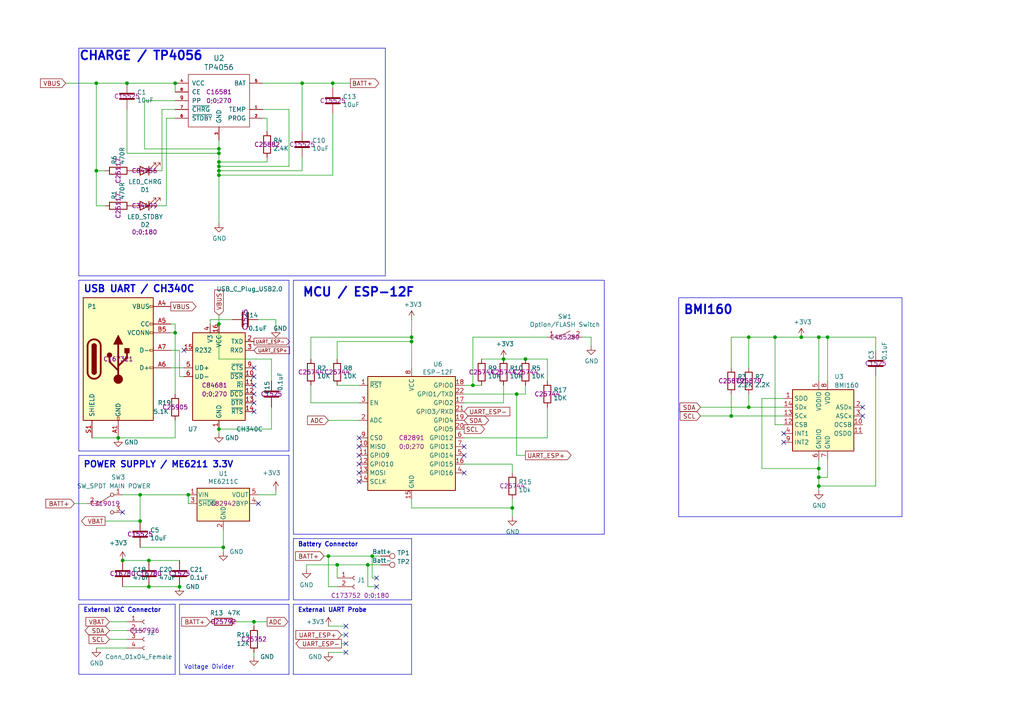
<source format=kicad_sch>
(kicad_sch (version 20230121) (generator eeschema)
  (paper "A4")
  (title_block (title "FineMotion-SlimeVR-PCB") (date "2022-08-24") (rev "v0.5b") (company "https://github.com/Kamilake/FineMotion-Tracker") (comment 1 "Licensed under CERN-OHL-P v2 or later") (comment 2 "Compatible with github.com/SlimeVR/SlimeVR-Tracker-ESP"))
  (lib_symbols
    (symbol "Connector:Conn_01x02_Female" (pin_names (offset 1.016) hide)
      (property "Reference" "J" (at 0 2.54 0))
      (property "Value" "Conn_01x02_Female" (at 0 -5.08 0))
      (symbol "Conn_01x02_Female_1_1"
        (arc (start 0 -2.032) (mid -0.5058 -2.54) (end 0 -3.048) (stroke (width 0.1524)))
        (polyline (pts (xy -1.27 -2.54) (xy -0.508 -2.54)) (stroke (width 0.1524)))
        (polyline (pts (xy -1.27 0) (xy -0.508 0)) (stroke (width 0.1524)))
        (arc (start 0 0.508) (mid -0.5058 0) (end 0 -0.508) (stroke (width 0.1524)))
        (pin passive line (at -5.08 0 0) (length 3.81) (name "Pin_1") (number "1"))
        (pin passive line (at -5.08 -2.54 0) (length 3.81) (name "Pin_2") (number "2"))
      )
    )
    (symbol "Connector:Conn_01x04_Female" (pin_names (offset 1.016) hide)
      (property "Reference" "J" (at 0 5.08 0))
      (property "Value" "Conn_01x04_Female" (at 0 -7.62 0))
      (symbol "Conn_01x04_Female_1_1"
        (arc (start 0 -4.572) (mid -0.5058 -5.08) (end 0 -5.588) (stroke (width 0.1524)))
        (arc (start 0 -2.032) (mid -0.5058 -2.54) (end 0 -3.048) (stroke (width 0.1524)))
        (polyline (pts (xy -1.27 -5.08) (xy -0.508 -5.08)) (stroke (width 0.1524)))
        (polyline (pts (xy -1.27 -2.54) (xy -0.508 -2.54)) (stroke (width 0.1524)))
        (polyline (pts (xy -1.27 0) (xy -0.508 0)) (stroke (width 0.1524)))
        (polyline (pts (xy -1.27 2.54) (xy -0.508 2.54)) (stroke (width 0.1524)))
        (arc (start 0 0.508) (mid -0.5058 0) (end 0 -0.508) (stroke (width 0.1524)))
        (arc (start 0 3.048) (mid -0.5058 2.54) (end 0 2.032) (stroke (width 0.1524)))
        (pin passive line (at -5.08 2.54 0) (length 3.81) (name "Pin_1") (number "1"))
        (pin passive line (at -5.08 0 0) (length 3.81) (name "Pin_2") (number "2"))
        (pin passive line (at -5.08 -2.54 0) (length 3.81) (name "Pin_3") (number "3"))
        (pin passive line (at -5.08 -5.08 0) (length 3.81) (name "Pin_4") (number "4"))
      )
    )
    (symbol "Connector:TestPoint" (pin_numbers hide) (pin_names (offset 0.762) hide)
      (property "Reference" "TP" (at 0 6.858 0))
      (property "Value" "TestPoint" (at 0 5.08 0))
      (symbol "TestPoint_0_1"
        (circle (center 0 3.302) (radius 0.762))
      )
      (symbol "TestPoint_1_1"
        (pin passive line (at 0 0 90) (length 2.54) (name "1") (number "1"))
      )
    )
    (symbol "Connector:USB_C_Plug_USB2.0" (pin_names (offset 1.016))
      (property "Reference" "P" (at -10.16 19.05 0))
      (property "Value" "USB_C_Plug_USB2.0" (at 12.7 19.05 0))
      (symbol "USB_C_Plug_USB2.0_0_0"
        (rectangle (start -0.254 -17.78) (end 0.254 -16.764))
        (rectangle (start 10.16 -2.286) (end 9.144 -2.794))
        (rectangle (start 10.16 2.794) (end 9.144 2.286))
        (rectangle (start 10.16 7.874) (end 9.144 7.366))
        (rectangle (start 10.16 10.414) (end 9.144 9.906))
        (rectangle (start 10.16 15.494) (end 9.144 14.986))
      )
      (symbol "USB_C_Plug_USB2.0_0_1"
        (rectangle (start -10.16 17.78) (end 10.16 -17.78) (stroke (width 0.254)) (fill (type background)))
        (arc (start -8.89 -3.81) (mid -6.985 -5.7067) (end -5.08 -3.81) (stroke (width 0.508)))
        (arc (start -7.62 -3.81) (mid -6.985 -4.4423) (end -6.35 -3.81) (stroke (width 0.254)))
        (arc (start -7.62 -3.81) (mid -6.985 -4.4423) (end -6.35 -3.81) (stroke (width 0.254)) (fill (type outline)))
        (rectangle (start -7.62 -3.81) (end -6.35 3.81) (stroke (width 0.254)) (fill (type outline)))
        (arc (start -6.35 3.81) (mid -6.985 4.4423) (end -7.62 3.81) (stroke (width 0.254)))
        (arc (start -6.35 3.81) (mid -6.985 4.4423) (end -7.62 3.81) (stroke (width 0.254)) (fill (type outline)))
        (arc (start -5.08 3.81) (mid -6.985 5.7067) (end -8.89 3.81) (stroke (width 0.508)))
        (circle (center -2.54 1.143) (radius 0.635) (stroke (width 0.254)) (fill (type outline)))
        (circle (center 0 -5.842) (radius 1.27) (fill (type outline)))
        (polyline (pts (xy -8.89 -3.81) (xy -8.89 3.81)) (stroke (width 0.508)))
        (polyline (pts (xy -5.08 3.81) (xy -5.08 -3.81)) (stroke (width 0.508)))
        (polyline (pts (xy 0 -5.842) (xy 0 4.318)) (stroke (width 0.508)))
        (polyline (pts (xy 0 -3.302) (xy -2.54 -0.762) (xy -2.54 0.508)) (stroke (width 0.508)))
        (polyline (pts (xy 0 -2.032) (xy 2.54 0.508) (xy 2.54 1.778)) (stroke (width 0.508)))
        (polyline (pts (xy -1.27 4.318) (xy 0 6.858) (xy 1.27 4.318) (xy -1.27 4.318)) (stroke (width 0.254)) (fill (type outline)))
        (rectangle (start 1.905 1.778) (end 3.175 3.048) (stroke (width 0.254)) (fill (type outline)))
      )
      (symbol "USB_C_Plug_USB2.0_1_1"
        (pin passive line (at 0 -22.86 90) (length 5.08) (name "GND") (number "A1"))
        (pin passive line (at 0 -22.86 90) (length 5.08) hide (name "GND") (number "A12"))
        (pin passive line (at 15.24 15.24 180) (length 5.08) (name "VBUS") (number "A4"))
        (pin bidirectional line (at 15.24 10.16 180) (length 5.08) (name "CC") (number "A5"))
        (pin bidirectional line (at 15.24 -2.54 180) (length 5.08) (name "D+") (number "A6"))
        (pin bidirectional line (at 15.24 2.54 180) (length 5.08) (name "D-") (number "A7"))
        (pin passive line (at 15.24 15.24 180) (length 5.08) hide (name "VBUS") (number "A9"))
        (pin passive line (at 0 -22.86 90) (length 5.08) hide (name "GND") (number "B1"))
        (pin passive line (at 0 -22.86 90) (length 5.08) hide (name "GND") (number "B12"))
        (pin passive line (at 15.24 15.24 180) (length 5.08) hide (name "VBUS") (number "B4"))
        (pin bidirectional line (at 15.24 7.62 180) (length 5.08) (name "VCONN") (number "B5"))
        (pin passive line (at 15.24 15.24 180) (length 5.08) hide (name "VBUS") (number "B9"))
        (pin passive line (at -7.62 -22.86 90) (length 5.08) (name "SHIELD") (number "S1"))
      )
    )
    (symbol "Device:C" (pin_numbers hide) (pin_names (offset 0.254))
      (property "Reference" "C" (at 0.635 2.54 0))
      (property "Value" "C" (at 0.635 -2.54 0))
      (symbol "C_0_1"
        (polyline (pts (xy -2.032 -0.762) (xy 2.032 -0.762)) (stroke (width 0.508)))
        (polyline (pts (xy -2.032 0.762) (xy 2.032 0.762)) (stroke (width 0.508)))
      )
      (symbol "C_1_1"
        (pin passive line (at 0 3.81 270) (length 2.794) (name "~") (number "1"))
        (pin passive line (at 0 -3.81 90) (length 2.794) (name "~") (number "2"))
      )
    )
    (symbol "Device:LED" (pin_numbers hide) (pin_names (offset 1.016) hide)
      (property "Reference" "D" (at 0 2.54 0))
      (property "Value" "LED" (at 0 -2.54 0))
      (symbol "LED_0_1"
        (polyline (pts (xy -1.27 -1.27) (xy -1.27 1.27)) (stroke (width 0.254)))
        (polyline (pts (xy -1.27 0) (xy 1.27 0)))
        (polyline (pts (xy 1.27 -1.27) (xy 1.27 1.27) (xy -1.27 0) (xy 1.27 -1.27)) (stroke (width 0.254)))
        (polyline (pts (xy -3.048 -0.762) (xy -4.572 -2.286) (xy -3.81 -2.286) (xy -4.572 -2.286) (xy -4.572 -1.524)))
        (polyline (pts (xy -1.778 -0.762) (xy -3.302 -2.286) (xy -2.54 -2.286) (xy -3.302 -2.286) (xy -3.302 -1.524)))
      )
      (symbol "LED_1_1"
        (pin passive line (at -3.81 0 0) (length 2.54) (name "K") (number "1"))
        (pin passive line (at 3.81 0 180) (length 2.54) (name "A") (number "2"))
      )
    )
    (symbol "Device:R" (pin_numbers hide) (pin_names (offset 0))
      (property "Reference" "R" (at 2.032 0 90))
      (property "Value" "R" (at 0 0 90))
      (symbol "R_0_1"
        (rectangle (start -1.016 -2.54) (end 1.016 2.54) (stroke (width 0.254)))
      )
      (symbol "R_1_1"
        (pin passive line (at 0 3.81 270) (length 1.27) (name "~") (number "1"))
        (pin passive line (at 0 -3.81 90) (length 1.27) (name "~") (number "2"))
      )
    )
    (symbol "Interface_USB:CH340C"
      (property "Reference" "U" (at -5.08 13.97 0))
      (property "Value" "CH340C" (at 1.27 13.97 0))
      (symbol "CH340C_0_1"
        (rectangle (start -7.62 12.7) (end 7.62 -12.7) (stroke (width 0.254)) (fill (type background)))
      )
      (symbol "CH340C_1_1"
        (pin power_in line (at 0 -15.24 90) (length 2.54) (name "GND") (number "1"))
        (pin input line (at 10.16 0 180) (length 2.54) (name "~{DSR}") (number "10"))
        (pin input line (at 10.16 -2.54 180) (length 2.54) (name "~{RI}") (number "11"))
        (pin input line (at 10.16 -5.08 180) (length 2.54) (name "~{DCD}") (number "12"))
        (pin output line (at 10.16 -7.62 180) (length 2.54) (name "~{DTR}") (number "13"))
        (pin output line (at 10.16 -10.16 180) (length 2.54) (name "~{RTS}") (number "14"))
        (pin input line (at -10.16 7.62 0) (length 2.54) (name "R232") (number "15"))
        (pin power_in line (at 0 15.24 270) (length 2.54) (name "VCC") (number "16"))
        (pin output line (at 10.16 10.16 180) (length 2.54) (name "TXD") (number "2"))
        (pin input line (at 10.16 7.62 180) (length 2.54) (name "RXD") (number "3"))
        (pin passive line (at -2.54 15.24 270) (length 2.54) (name "V3") (number "4"))
        (pin bidirectional line (at -10.16 2.54 0) (length 2.54) (name "UD+") (number "5"))
        (pin bidirectional line (at -10.16 0 0) (length 2.54) (name "UD-") (number "6"))
        (pin no_connect line (at -7.62 -7.62 0) (length 2.54) hide (name "NC") (number "7"))
        (pin no_connect line (at -7.62 -10.16 0) (length 2.54) hide (name "NC") (number "8"))
        (pin input line (at 10.16 2.54 180) (length 2.54) (name "~{CTS}") (number "9"))
      )
    )
    (symbol "RF_Module:ESP-12F"
      (property "Reference" "U" (at -12.7 19.05 0))
      (property "Value" "ESP-12F" (at 12.7 19.05 0))
      (symbol "ESP-12F_0_1"
        (rectangle (start -12.7 17.78) (end 12.7 -15.24) (stroke (width 0.254)) (fill (type background)))
      )
      (symbol "ESP-12F_1_1"
        (pin input line (at -15.24 15.24 0) (length 2.54) (name "~{RST}") (number "1"))
        (pin bidirectional line (at -15.24 -2.54 0) (length 2.54) (name "MISO") (number "10"))
        (pin bidirectional line (at -15.24 -5.08 0) (length 2.54) (name "GPIO9") (number "11"))
        (pin bidirectional line (at -15.24 -7.62 0) (length 2.54) (name "GPIO10") (number "12"))
        (pin bidirectional line (at -15.24 -10.16 0) (length 2.54) (name "MOSI") (number "13"))
        (pin bidirectional line (at -15.24 -12.7 0) (length 2.54) (name "SCLK") (number "14"))
        (pin power_in line (at 0 -17.78 90) (length 2.54) (name "GND") (number "15"))
        (pin bidirectional line (at 15.24 -7.62 180) (length 2.54) (name "GPIO15") (number "16"))
        (pin bidirectional line (at 15.24 10.16 180) (length 2.54) (name "GPIO2") (number "17"))
        (pin bidirectional line (at 15.24 15.24 180) (length 2.54) (name "GPIO0") (number "18"))
        (pin bidirectional line (at 15.24 5.08 180) (length 2.54) (name "GPIO4") (number "19"))
        (pin input line (at -15.24 5.08 0) (length 2.54) (name "ADC") (number "2"))
        (pin bidirectional line (at 15.24 2.54 180) (length 2.54) (name "GPIO5") (number "20"))
        (pin bidirectional line (at 15.24 7.62 180) (length 2.54) (name "GPIO3/RXD") (number "21"))
        (pin bidirectional line (at 15.24 12.7 180) (length 2.54) (name "GPIO1/TXD") (number "22"))
        (pin input line (at -15.24 10.16 0) (length 2.54) (name "EN") (number "3"))
        (pin bidirectional line (at 15.24 -10.16 180) (length 2.54) (name "GPIO16") (number "4"))
        (pin bidirectional line (at 15.24 -5.08 180) (length 2.54) (name "GPIO14") (number "5"))
        (pin bidirectional line (at 15.24 0 180) (length 2.54) (name "GPIO12") (number "6"))
        (pin bidirectional line (at 15.24 -2.54 180) (length 2.54) (name "GPIO13") (number "7"))
        (pin power_in line (at 0 20.32 270) (length 2.54) (name "VCC") (number "8"))
        (pin input line (at -15.24 0 0) (length 2.54) (name "CS0") (number "9"))
      )
    )
    (symbol "Regulator_Linear:APE8865U5-16-HF-3" (pin_names (offset 0.254))
      (property "Reference" "U" (at -6.35 5.715 0))
      (property "Value" "APE8865U5-16-HF-3" (at -3.175 5.715 0))
      (symbol "APE8865U5-16-HF-3_0_1"
        (rectangle (start -7.62 4.445) (end 7.62 -5.08) (stroke (width 0.254)) (fill (type background)))
      )
      (symbol "APE8865U5-16-HF-3_1_1"
        (pin power_in line (at -10.16 2.54 0) (length 2.54) (name "VIN") (number "1"))
        (pin power_in line (at 0 -7.62 90) (length 2.54) (name "GND") (number "2"))
        (pin input line (at -10.16 0 0) (length 2.54) (name "~{SHDN}") (number "3"))
        (pin input line (at 10.16 0 180) (length 2.54) (name "BYP") (number "4"))
        (pin power_out line (at 10.16 2.54 180) (length 2.54) (name "VOUT") (number "5"))
      )
    )
    (symbol "Sensor_Motion:BMI160"
      (property "Reference" "U" (at -10.16 8.89 0))
      (property "Value" "BMI160" (at 7.62 8.89 0))
      (symbol "BMI160_1_1"
        (rectangle (start -10.16 7.62) (end 7.62 -10.16) (stroke (width 0.254)) (fill (type background)))
        (pin bidirectional line (at -12.7 5.08 0) (length 2.54) (name "SDO") (number "1"))
        (pin bidirectional line (at 10.16 -2.54 180) (length 2.54) (name "OCSB") (number "10"))
        (pin bidirectional line (at 10.16 -5.08 180) (length 2.54) (name "OSDO") (number "11"))
        (pin input line (at -12.7 -2.54 0) (length 2.54) (name "CSB") (number "12"))
        (pin input line (at -12.7 0 0) (length 2.54) (name "SCx") (number "13"))
        (pin bidirectional line (at -12.7 2.54 0) (length 2.54) (name "SDx") (number "14"))
        (pin bidirectional line (at 10.16 2.54 180) (length 2.54) (name "ASDx") (number "2"))
        (pin output line (at 10.16 0 180) (length 2.54) (name "ASCx") (number "3"))
        (pin bidirectional line (at -12.7 -5.08 0) (length 2.54) (name "INT1") (number "4"))
        (pin power_in line (at -2.54 10.16 270) (length 2.54) (name "VDDIO") (number "5"))
        (pin power_in line (at -2.54 -12.7 90) (length 2.54) (name "GNDIO") (number "6"))
        (pin power_in line (at 0 -12.7 90) (length 2.54) (name "GND") (number "7"))
        (pin power_in line (at 0 10.16 270) (length 2.54) (name "VDD") (number "8"))
        (pin bidirectional line (at -12.7 -7.62 0) (length 2.54) (name "INT2") (number "9"))
      )
    )
    (symbol "Switch:SW_SPDT" (pin_names (offset 0) hide)
      (property "Reference" "SW" (at 0 4.318 0))
      (property "Value" "SW_SPDT" (at 0 -5.08 0))
      (symbol "SW_SPDT_0_0"
        (circle (center -2.032 0) (radius 0.508))
        (circle (center 2.032 -2.54) (radius 0.508))
      )
      (symbol "SW_SPDT_0_1"
        (polyline (pts (xy -1.524 0.254) (xy 1.651 2.286)))
        (circle (center 2.032 2.54) (radius 0.508))
      )
      (symbol "SW_SPDT_1_1"
        (pin passive line (at 5.08 2.54 180) (length 2.54) (name "A") (number "1"))
        (pin passive line (at -5.08 0 0) (length 2.54) (name "B") (number "2"))
        (pin passive line (at 5.08 -2.54 180) (length 2.54) (name "C") (number "3"))
      )
    )
    (symbol "Switch:SW_SPST" (pin_names (offset 0) hide)
      (property "Reference" "SW" (at 0 3.175 0))
      (property "Value" "SW_SPST" (at 0 -2.54 0))
      (symbol "SW_SPST_0_0"
        (circle (center -2.032 0) (radius 0.508))
        (polyline (pts (xy -1.524 0.254) (xy 1.524 1.778)))
        (circle (center 2.032 0) (radius 0.508))
      )
      (symbol "SW_SPST_1_1"
        (pin passive line (at -5.08 0 0) (length 2.54) (name "A") (number "1"))
        (pin passive line (at 5.08 0 180) (length 2.54) (name "B") (number "2"))
      )
    )
    (symbol "power:+3.3V" (power) (pin_names (offset 0))
      (property "Value" "+3.3V" (at 0 3.556 0))
      (symbol "+3.3V_0_1"
        (polyline (pts (xy -0.762 1.27) (xy 0 2.54)))
        (polyline (pts (xy 0 0) (xy 0 2.54)))
        (polyline (pts (xy 0 2.54) (xy 0.762 1.27)))
      )
      (symbol "+3.3V_1_1"
        (pin power_in line (at 0 0 90) (length 0) hide (name "+3V3") (number "1"))
      )
    )
    (symbol "power:GND" (power) (pin_names (offset 0))
      (property "Value" "GND" (at 0 -3.81 0))
      (symbol "GND_0_1"
        (polyline (pts (xy 0 0) (xy 0 -1.27) (xy 1.27 -1.27) (xy 0 -2.54) (xy -1.27 -1.27) (xy 0 -1.27)))
      )
      (symbol "GND_1_1"
        (pin power_in line (at 0 0 270) (length 0) hide (name "GND") (number "1"))
      )
    )
    (symbol "tp4056:TP4056" (pin_names (offset 1.016))
      (property "Reference" "U" (at -8.89 10.16 0))
      (property "Value" "TP4056" (at 8.89 10.16 0))
      (symbol "TP4056_0_1"
        (rectangle (start -8.89 8.89) (end 8.89 -6.35))
      )
      (symbol "TP4056_1_1"
        (pin passive line (at 12.7 -1.27 180) (length 3.81) (name "TEMP") (number "1"))
        (pin passive line (at 12.7 -3.81 180) (length 3.81) (name "PROG") (number "2"))
        (pin power_in line (at 0 -10.16 90) (length 3.81) (name "GND") (number "3"))
        (pin power_in line (at -12.7 6.35 0) (length 3.81) (name "VCC") (number "4"))
        (pin power_out line (at 12.7 6.35 180) (length 3.81) (name "BAT") (number "5"))
        (pin open_collector line (at -12.7 -3.81 0) (length 3.81) (name "~{STDBY}") (number "6"))
        (pin open_collector line (at -12.7 -1.27 0) (length 3.81) (name "~{CHRG}") (number "7"))
        (pin input line (at -12.7 3.81 0) (length 3.81) (name "CE") (number "8"))
        (pin input line (at -12.7 1.27 0) (length 3.81) (name "PP") (number "9"))
      )
    )
  )
  (junction (at 50.8 24.13))
  (junction (at 217.17 118.11))
  (junction (at 40.64 143.51))
  (junction (at 34.29 127))
  (junction (at 63.5 93.98))
  (junction (at 232.41 97.79))
  (junction (at 119.38 99.06))
  (junction (at 43.18 162.56))
  (junction (at 63.5 48.26))
  (junction (at 87.63 24.13))
  (junction (at 237.49 135.89))
  (junction (at 237.49 138.43))
  (junction (at 237.49 97.79))
  (junction (at 35.56 162.56))
  (junction (at 152.4 104.14))
  (junction (at 27.94 49.53))
  (junction (at 119.38 97.79))
  (junction (at 63.5 43.18))
  (junction (at 224.79 97.79))
  (junction (at 63.5 49.53))
  (junction (at 50.8 96.52))
  (junction (at 96.52 24.13))
  (junction (at 64.77 158.75))
  (junction (at 212.09 120.65))
  (junction (at 148.59 147.32))
  (junction (at 36.83 24.13))
  (junction (at 63.5 124.46))
  (junction (at 95.25 161.29))
  (junction (at 54.61 143.51))
  (junction (at 106.68 163.83))
  (junction (at 63.5 50.8))
  (junction (at 63.5 44.45))
  (junction (at 73.66 180.34))
  (junction (at 40.64 151.13))
  (junction (at 237.49 140.97))
  (junction (at 217.17 97.79))
  (junction (at 146.05 104.14))
  (junction (at 149.86 114.3))
  (junction (at 52.07 170.18))
  (junction (at 27.94 24.13))
  (junction (at 137.16 111.76))
  (junction (at 107.95 161.29))
  (junction (at 97.79 163.83))
  (junction (at 63.5 46.99))
  (junction (at 43.18 170.18))
  (junction (at 240.03 97.79))
  (no_connect (at 104.14 129.54))
  (no_connect (at 100.33 181.61))
  (no_connect (at 109.22 167.64))
  (no_connect (at 73.66 109.22))
  (no_connect (at 100.33 184.15))
  (no_connect (at 74.93 146.05))
  (no_connect (at 73.66 114.3))
  (no_connect (at 53.34 101.6))
  (no_connect (at 227.33 125.73))
  (no_connect (at 227.33 128.27))
  (no_connect (at 250.19 118.11))
  (no_connect (at 134.62 137.16))
  (no_connect (at 73.66 119.38))
  (no_connect (at 73.66 106.68))
  (no_connect (at 104.14 127))
  (no_connect (at 73.66 116.84))
  (no_connect (at 104.14 137.16))
  (no_connect (at 104.14 132.08))
  (no_connect (at 73.66 111.76))
  (no_connect (at 250.19 120.65))
  (no_connect (at 134.62 129.54))
  (no_connect (at 109.22 170.18))
  (no_connect (at 134.62 132.08))
  (no_connect (at 35.56 148.59))
  (no_connect (at 104.14 139.7))
  (no_connect (at 100.33 186.69))
  (no_connect (at 104.14 134.62))
  (no_connect (at 100.33 189.23))
  (bus_entry (at -675.64 227.33) (size 2.54 2.54))
  (wire (pts (xy 220.98 135.89) (xy 237.49 135.89)))
  (wire (pts (xy 104.14 111.76) (xy 97.79 111.76)))
  (polyline (pts (xy 83.82 130.81) (xy 22.86 130.81)))
  (wire (pts (xy 146.05 111.76) (xy 146.05 116.84)))
  (wire (pts (xy 254 101.6) (xy 254 97.79)))
  (wire (pts (xy 134.62 134.62) (xy 148.59 134.62)))
  (wire (pts (xy 93.98 161.29) (xy 95.25 161.29)))
  (wire (pts (xy 35.56 143.51) (xy 40.64 143.51)))
  (wire (pts (xy 95.25 121.92) (xy 104.14 121.92)))
  (polyline (pts (xy 50.8 195.58) (xy 50.8 175.26)))
  (wire (pts (xy 88.9 165.1) (xy 88.9 163.83)))
  (wire (pts (xy 134.62 111.76) (xy 137.16 111.76)))
  (polyline (pts (xy 119.38 195.58) (xy 85.09 195.58)))
  (wire (pts (xy 26.67 127) (xy 34.29 127)))
  (wire (pts (xy 43.18 162.56) (xy 35.56 162.56)))
  (wire (pts (xy 134.62 114.3) (xy 149.86 114.3)))
  (wire (pts (xy 148.59 134.62) (xy 148.59 137.16)))
  (wire (pts (xy 119.38 147.32) (xy 148.59 147.32)))
  (wire (pts (xy 43.18 170.18) (xy 52.07 170.18)))
  (wire (pts (xy 99.06 186.69) (xy 100.33 186.69)))
  (wire (pts (xy 90.17 111.76) (xy 90.17 116.84)))
  (wire (pts (xy 50.8 96.52) (xy 50.8 114.3)))
  (polyline (pts (xy 85.09 81.28) (xy 85.09 154.94)))
  (wire (pts (xy 27.94 24.13) (xy 36.83 24.13)))
  (wire (pts (xy 50.8 29.21) (xy 41.91 29.21)))
  (polyline (pts (xy 111.76 13.97) (xy 111.76 80.01)))
  (wire (pts (xy 237.49 133.35) (xy 237.49 135.89)))
  (wire (pts (xy 27.94 59.69) (xy 27.94 49.53)))
  (wire (pts (xy 63.5 44.45) (xy 63.5 46.99)))
  (wire (pts (xy 74.93 143.51) (xy 80.01 143.51)))
  (polyline (pts (xy 22.86 132.08) (xy 83.82 132.08)))
  (polyline (pts (xy 52.07 195.58) (xy 83.82 195.58)))
  (wire (pts (xy 212.09 106.68) (xy 212.09 97.79)))
  (wire (pts (xy 43.18 170.18) (xy 35.56 170.18)))
  (wire (pts (xy 41.91 43.18) (xy 63.5 43.18)))
  (wire (pts (xy 30.48 59.69) (xy 27.94 59.69)))
  (polyline (pts (xy 85.09 81.28) (xy 175.26 81.28)))
  (wire (pts (xy 171.45 97.79) (xy 171.45 100.33)))
  (polyline (pts (xy 85.09 175.26) (xy 85.09 195.58)))
  (wire (pts (xy 237.49 135.89) (xy 237.49 138.43)))
  (wire (pts (xy 50.8 31.75) (xy 46.99 31.75)))
  (wire (pts (xy 237.49 97.79) (xy 237.49 110.49)))
  (wire (pts (xy 30.48 151.13) (xy 40.64 151.13)))
  (wire (pts (xy 52.07 162.56) (xy 43.18 162.56)))
  (wire (pts (xy 158.75 110.49) (xy 158.75 104.14)))
  (wire (pts (xy 227.33 115.57) (xy 220.98 115.57)))
  (wire (pts (xy 49.53 96.52) (xy 50.8 96.52)))
  (wire (pts (xy 73.66 189.23) (xy 73.66 190.5)))
  (wire (pts (xy 63.5 104.14) (xy 63.5 93.98)))
  (wire (pts (xy 31.75 185.42) (xy 36.83 185.42)))
  (wire (pts (xy 21.59 146.05) (xy 25.4 146.05)))
  (wire (pts (xy 203.2 120.65) (xy 212.09 120.65)))
  (wire (pts (xy 63.5 43.18) (xy 63.5 44.45)))
  (wire (pts (xy 48.26 59.69) (xy 45.72 59.69)))
  (polyline (pts (xy 52.07 195.58) (xy 52.07 175.26)))
  (wire (pts (xy 137.16 111.76) (xy 137.16 97.79)))
  (polyline (pts (xy 175.26 154.94) (xy 85.09 154.94)))
  (wire (pts (xy 60.96 93.98) (xy 60.96 92.71)))
  (wire (pts (xy 97.79 163.83) (xy 106.68 163.83)))
  (wire (pts (xy 68.58 180.34) (xy 73.66 180.34)))
  (polyline (pts (xy 83.82 132.08) (xy 83.82 173.99)))
  (wire (pts (xy 227.33 123.19) (xy 224.79 123.19)))
  (polyline (pts (xy 22.86 132.08) (xy 22.86 173.99)))
  (wire (pts (xy 254 140.97) (xy 237.49 140.97)))
  (wire (pts (xy 220.98 115.57) (xy 220.98 135.89)))
  (wire (pts (xy 73.66 181.61) (xy 73.66 180.34)))
  (wire (pts (xy 134.62 127) (xy 158.75 127)))
  (wire (pts (xy 30.48 49.53) (xy 27.94 49.53)))
  (wire (pts (xy 254 97.79) (xy 240.03 97.79)))
  (wire (pts (xy 237.49 138.43) (xy 237.49 140.97)))
  (wire (pts (xy 73.66 180.34) (xy 77.47 180.34)))
  (wire (pts (xy 149.86 114.3) (xy 152.4 114.3)))
  (wire (pts (xy 40.64 158.75) (xy 64.77 158.75)))
  (wire (pts (xy 168.91 97.79) (xy 171.45 97.79)))
  (wire (pts (xy 64.77 153.67) (xy 64.77 158.75)))
  (wire (pts (xy 50.8 127) (xy 50.8 121.92)))
  (wire (pts (xy 34.29 127) (xy 50.8 127)))
  (wire (pts (xy 40.64 143.51) (xy 54.61 143.51)))
  (wire (pts (xy 52.07 101.6) (xy 52.07 109.22)))
  (wire (pts (xy 76.2 34.29) (xy 77.47 34.29)))
  (polyline (pts (xy 22.86 81.28) (xy 83.82 81.28)))
  (wire (pts (xy 158.75 127) (xy 158.75 118.11)))
  (wire (pts (xy 49.53 101.6) (xy 52.07 101.6)))
  (wire (pts (xy 106.68 163.83) (xy 110.49 163.83)))
  (wire (pts (xy 107.95 161.29) (xy 107.95 167.64)))
  (wire (pts (xy 46.99 49.53) (xy 45.72 49.53)))
  (wire (pts (xy 224.79 123.19) (xy 224.79 97.79)))
  (polyline (pts (xy 22.86 175.26) (xy 22.86 195.58)))
  (wire (pts (xy 77.47 45.72) (xy 77.47 46.99)))
  (wire (pts (xy 87.63 49.53) (xy 63.5 49.53)))
  (wire (pts (xy 83.82 31.75) (xy 83.82 48.26)))
  (polyline (pts (xy 119.38 173.99) (xy 119.38 156.21)))
  (wire (pts (xy 46.99 31.75) (xy 46.99 49.53)))
  (wire (pts (xy 90.17 97.79) (xy 90.17 104.14)))
  (polyline (pts (xy 85.09 175.26) (xy 119.38 175.26)))
  (wire (pts (xy 106.68 163.83) (xy 106.68 170.18)))
  (wire (pts (xy 146.05 104.14) (xy 152.4 104.14)))
  (wire (pts (xy 149.86 132.08) (xy 152.4 132.08)))
  (polyline (pts (xy 50.8 175.26) (xy 22.86 175.26)))
  (polyline (pts (xy 22.86 80.01) (xy 22.86 13.97)))
  (wire (pts (xy 88.9 163.83) (xy 97.79 163.83)))
  (wire (pts (xy 137.16 97.79) (xy 158.75 97.79)))
  (polyline (pts (xy 22.86 130.81) (xy 22.86 81.28)))
  (polyline (pts (xy 22.86 173.99) (xy 83.82 173.99)))
  (wire (pts (xy 78.74 104.14) (xy 63.5 104.14)))
  (polyline (pts (xy 85.09 156.21) (xy 119.38 156.21)))
  (wire (pts (xy 87.63 24.13) (xy 87.63 38.1)))
  (wire (pts (xy 76.2 31.75) (xy 83.82 31.75)))
  (wire (pts (xy 90.17 97.79) (xy 119.38 97.79)))
  (wire (pts (xy 41.91 29.21) (xy 41.91 43.18)))
  (wire (pts (xy 96.52 50.8) (xy 63.5 50.8)))
  (wire (pts (xy 76.2 24.13) (xy 87.63 24.13)))
  (wire (pts (xy 254 109.22) (xy 254 140.97)))
  (wire (pts (xy 149.86 114.3) (xy 149.86 132.08)))
  (polyline (pts (xy 83.82 175.26) (xy 83.82 195.58)))
  (wire (pts (xy 119.38 97.79) (xy 119.38 99.06)))
  (wire (pts (xy 148.59 147.32) (xy 148.59 149.86)))
  (wire (pts (xy 152.4 114.3) (xy 152.4 111.76)))
  (wire (pts (xy 50.8 26.67) (xy 50.8 24.13)))
  (wire (pts (xy 107.95 161.29) (xy 110.49 161.29)))
  (wire (pts (xy 63.5 93.98) (xy 63.5 91.44)))
  (wire (pts (xy 95.25 189.23) (xy 100.33 189.23)))
  (wire (pts (xy 63.5 49.53) (xy 63.5 50.8)))
  (wire (pts (xy 50.8 93.98) (xy 50.8 96.52)))
  (wire (pts (xy 80.01 92.71) (xy 80.01 95.25)))
  (polyline (pts (xy 175.26 81.28) (xy 175.26 154.94)))
  (polyline (pts (xy 85.09 156.21) (xy 85.09 173.99)))
  (wire (pts (xy 96.52 24.13) (xy 101.6 24.13)))
  (wire (pts (xy 152.4 104.14) (xy 158.75 104.14)))
  (wire (pts (xy 40.64 151.13) (xy 40.64 143.51)))
  (polyline (pts (xy 22.86 13.97) (xy 111.76 13.97)))
  (wire (pts (xy 212.09 97.79) (xy 217.17 97.79)))
  (wire (pts (xy 27.94 24.13) (xy 19.05 24.13)))
  (wire (pts (xy 63.5 48.26) (xy 63.5 49.53)))
  (polyline (pts (xy 83.82 81.28) (xy 83.82 130.81)))
  (wire (pts (xy 90.17 116.84) (xy 104.14 116.84)))
  (wire (pts (xy 119.38 92.71) (xy 119.38 97.79)))
  (wire (pts (xy 36.83 24.13) (xy 50.8 24.13)))
  (wire (pts (xy 134.62 116.84) (xy 146.05 116.84)))
  (wire (pts (xy 95.25 161.29) (xy 95.25 170.18)))
  (wire (pts (xy 63.5 48.26) (xy 83.82 48.26)))
  (wire (pts (xy 87.63 24.13) (xy 96.52 24.13)))
  (wire (pts (xy 78.74 124.46) (xy 63.5 124.46)))
  (wire (pts (xy 212.09 120.65) (xy 227.33 120.65)))
  (wire (pts (xy 139.7 104.14) (xy 146.05 104.14)))
  (wire (pts (xy 36.83 31.75) (xy 36.83 44.45)))
  (wire (pts (xy 212.09 114.3) (xy 212.09 120.65)))
  (wire (pts (xy 224.79 97.79) (xy 232.41 97.79)))
  (wire (pts (xy 217.17 97.79) (xy 217.17 106.68)))
  (wire (pts (xy 77.47 46.99) (xy 63.5 46.99)))
  (wire (pts (xy 74.93 92.71) (xy 80.01 92.71)))
  (wire (pts (xy 97.79 99.06) (xy 119.38 99.06)))
  (wire (pts (xy 96.52 33.02) (xy 96.52 50.8)))
  (polyline (pts (xy 22.86 195.58) (xy 50.8 195.58)))
  (wire (pts (xy 50.8 34.29) (xy 48.26 34.29)))
  (wire (pts (xy 49.53 93.98) (xy 50.8 93.98)))
  (wire (pts (xy 60.96 92.71) (xy 67.31 92.71)))
  (wire (pts (xy 96.52 25.4) (xy 96.52 24.13)))
  (wire (pts (xy 48.26 34.29) (xy 48.26 59.69)))
  (wire (pts (xy 63.5 40.64) (xy 63.5 43.18)))
  (wire (pts (xy 54.61 143.51) (xy 54.61 146.05)))
  (polyline (pts (xy 52.07 175.26) (xy 83.82 175.26)))
  (wire (pts (xy 97.79 163.83) (xy 97.79 167.64)))
  (wire (pts (xy 99.06 184.15) (xy 100.33 184.15)))
  (wire (pts (xy 203.2 118.11) (xy 217.17 118.11)))
  (wire (pts (xy 80.01 142.24) (xy 80.01 143.51)))
  (wire (pts (xy 119.38 144.78) (xy 119.38 147.32)))
  (polyline (pts (xy 111.76 80.01) (xy 22.86 80.01)))
  (wire (pts (xy 97.79 104.14) (xy 97.79 99.06)))
  (wire (pts (xy 217.17 114.3) (xy 217.17 118.11)))
  (wire (pts (xy 27.94 49.53) (xy 27.94 24.13)))
  (wire (pts (xy 119.38 99.06) (xy 119.38 106.68)))
  (wire (pts (xy 63.5 124.46) (xy 63.5 125.73)))
  (wire (pts (xy 95.25 161.29) (xy 107.95 161.29)))
  (wire (pts (xy 148.59 144.78) (xy 148.59 147.32)))
  (wire (pts (xy 95.25 170.18) (xy 97.79 170.18)))
  (wire (pts (xy 78.74 118.11) (xy 78.74 124.46)))
  (wire (pts (xy 36.83 182.88) (xy 31.75 182.88)))
  (wire (pts (xy 240.03 138.43) (xy 237.49 138.43)))
  (wire (pts (xy 240.03 133.35) (xy 240.03 138.43)))
  (wire (pts (xy 63.5 50.8) (xy 63.5 64.77)))
  (wire (pts (xy 100.33 181.61) (xy 95.25 181.61)))
  (wire (pts (xy 63.5 46.99) (xy 63.5 48.26)))
  (wire (pts (xy 107.95 167.64) (xy 109.22 167.64)))
  (wire (pts (xy 240.03 110.49) (xy 240.03 97.79)))
  (wire (pts (xy 217.17 118.11) (xy 227.33 118.11)))
  (wire (pts (xy 237.49 140.97) (xy 237.49 142.24)))
  (wire (pts (xy 137.16 111.76) (xy 139.7 111.76)))
  (wire (pts (xy 106.68 170.18) (xy 109.22 170.18)))
  (wire (pts (xy 77.47 34.29) (xy 77.47 38.1)))
  (polyline (pts (xy 85.09 173.99) (xy 119.38 173.99)))
  (wire (pts (xy 27.94 187.96) (xy 36.83 187.96)))
  (wire (pts (xy 78.74 110.49) (xy 78.74 104.14)))
  (wire (pts (xy 64.77 158.75) (xy 64.77 160.02)))
  (wire (pts (xy 240.03 97.79) (xy 237.49 97.79)))
  (wire (pts (xy 36.83 44.45) (xy 63.5 44.45)))
  (wire (pts (xy 237.49 97.79) (xy 232.41 97.79)))
  (wire (pts (xy 31.75 180.34) (xy 36.83 180.34)))
  (polyline (pts (xy 119.38 195.58) (xy 119.38 175.26)))
  (wire (pts (xy 87.63 45.72) (xy 87.63 49.53)))
  (wire (pts (xy 49.53 106.68) (xy 53.34 106.68)))
  (wire (pts (xy 52.07 109.22) (xy 53.34 109.22)))
  (wire (pts (xy 217.17 97.79) (xy 224.79 97.79)))
  (rectangle (start 196.85 86.36) (end 261.62 149.86))
  (text "Voltage Divider" (at 53.34 194.31 0) (effects (font (size 1.27 1.27)) (justify left bottom)))
  (text "External UART Probe" (at 86.36 177.8 0) (effects (font (size 1.27 1.27) (thickness 0.254) bold) (justify left bottom)))
  (text "MCU / ESP-12F" (at 87.63 86.36 0) (effects (font (size 2.54 2.54) (thickness 0.508) bold) (justify left bottom)))
  (text "External I2C Connector" (at 24.13 177.8 0) (effects (font (size 1.27 1.27) (thickness 0.254) bold) (justify left bottom)))
  (text "POWER SUPPLY / ME6211 3.3V" (at 24.13 135.89 0) (effects (font (size 1.8034 1.8034) (thickness 0.3607) bold) (justify left bottom)))
  (text "CHARGE / TP4056" (at 22.86 17.78 0) (effects (font (size 2.54 2.54) (thickness 0.508) bold) (justify left bottom)))
  (text "BMI160" (at 198.12 91.44 0) (effects (font (size 2.54 2.54) (thickness 0.508) bold) (justify left bottom)))
  (text "USB UART / CH340C" (at 24.13 85.09 0) (effects (font (size 2.0066 2.0066) (thickness 0.4013) bold) (justify left bottom)))
  (text "Battery Connector" (at 86.36 158.75 0) (effects (font (size 1.27 1.27) (thickness 0.254) bold) (justify left bottom)))
  (global_label "UART_ESP-" (shape output) (at 73.66 99.06 0) (effects (font (size 0.9906 0.9906))) (property "Intersheetrefs" "${INTERSHEET_REFS}" (effects hide)))
  (global_label "UART_ESP+" (shape input) (at 99.06 184.15 180) (property "Intersheetrefs" "${INTERSHEET_REFS}" (effects hide)))
  (global_label "UART_ESP-" (shape output) (at 99.06 186.69 180) (property "Intersheetrefs" "${INTERSHEET_REFS}" (effects hide)))
  (global_label "VBAT" (shape input) (at 31.75 180.34 180) (property "Intersheetrefs" "${INTERSHEET_REFS}" (effects hide)))
  (global_label "BATT+" (shape input) (at 93.98 161.29 180) (property "Intersheetrefs" "${INTERSHEET_REFS}" (effects hide)))
  (global_label "VBUS" (shape input) (at 19.05 24.13 180) (property "Intersheetrefs" "${INTERSHEET_REFS}" (effects hide)))
  (global_label "VBUS" (shape output) (at 49.53 88.9 0) (property "Intersheetrefs" "${INTERSHEET_REFS}" (effects hide)))
  (global_label "SDA" (shape bidirectional) (at 31.75 182.88 180) (property "Intersheetrefs" "${INTERSHEET_REFS}" (effects hide)))
  (global_label "SDA" (shape input) (at 203.2 118.11 180) (property "Intersheetrefs" "${INTERSHEET_REFS}" (effects hide)))
  (global_label "BATT+" (shape output) (at 101.6 24.13 0) (property "Intersheetrefs" "${INTERSHEET_REFS}" (effects hide)))
  (global_label "UART_ESP+" (shape output) (at 152.4 132.08 0) (property "Intersheetrefs" "${INTERSHEET_REFS}" (effects hide)))
  (global_label "VBAT" (shape output) (at 30.48 151.13 180) (property "Intersheetrefs" "${INTERSHEET_REFS}" (effects hide)))
  (global_label "SCL" (shape input) (at 31.75 185.42 180) (property "Intersheetrefs" "${INTERSHEET_REFS}" (effects hide)))
  (global_label "SCL" (shape output) (at 134.62 124.46 0) (property "Intersheetrefs" "${INTERSHEET_REFS}" (effects hide)))
  (global_label "UART_ESP+" (shape input) (at 73.66 101.6 0) (effects (font (size 0.9906 0.9906))) (property "Intersheetrefs" "${INTERSHEET_REFS}" (effects hide)))
  (global_label "BATT+" (shape input) (at 21.59 146.05 180) (property "Intersheetrefs" "${INTERSHEET_REFS}" (effects hide)))
  (global_label "ADC" (shape output) (at 77.47 180.34 0) (property "Intersheetrefs" "${INTERSHEET_REFS}" (effects hide)))
  (global_label "UART_ESP-" (shape input) (at 134.62 119.38 0) (property "Intersheetrefs" "${INTERSHEET_REFS}" (effects hide)))
  (global_label "BATT+" (shape input) (at 60.96 180.34 180) (property "Intersheetrefs" "${INTERSHEET_REFS}" (effects hide)))
  (global_label "SCL" (shape input) (at 203.2 120.65 180) (property "Intersheetrefs" "${INTERSHEET_REFS}" (effects hide)))
  (global_label "SDA" (shape bidirectional) (at 134.62 121.92 0) (property "Intersheetrefs" "${INTERSHEET_REFS}" (effects hide)))
  (global_label "ADC" (shape input) (at 95.25 121.92 180) (property "Intersheetrefs" "${INTERSHEET_REFS}" (effects hide)))
  (global_label "VBUS" (shape input) (at 63.5 91.44 90) (property "Intersheetrefs" "${INTERSHEET_REFS}" (effects hide)))
  (symbol (lib_id "tp4056:TP4056") (at 63.5 30.48 0) (unit 1)
    (property "Reference" "U2" (at 63.5 16.8402 0) (effects (font (size 1.524 1.524))))
    (property "Value" "TP4056" (at 63.5 19.5326 0) (effects (font (size 1.524 1.524))))
    (property "Footprint" "Package_SO:HSOP-8-1EP_3.9x4.9mm_P1.27mm_EP2.41x3.1mm_ThermalVias" (effects hide))
    (property "LCSC" "C16581" (at 63.5 26.67 0))
    (property "JLCPCB_CORRECTION" "0;0;270" (at 63.5 29.21 0))
  )
  (symbol (lib_id "Device:LED") (at 41.91 49.53 180) (unit 1)
    (property "Reference" "D1" (at 42.0878 55.0418 0))
    (property "Value" "LED_CHRG" (at 42.0878 52.7304 0))
    (property "Footprint" "LED_SMD:LED_0805_2012Metric" (effects hide))
    (property "LCSC" "C84256" (at 41.91 49.53 0))
  )
  (symbol (lib_id "Device:LED") (at 41.91 59.69 180) (unit 1)
    (property "Reference" "D2" (at 42.0878 65.2018 0))
    (property "Value" "LED_STDBY" (at 42.0878 62.8904 0))
    (property "Footprint" "LED_SMD:LED_0805_2012Metric" (effects hide))
    (property "LCSC" "C34499" (at 41.91 59.69 0))
    (property "JLCPCB_CORRECTION" "0;0;180" (at 41.91 67.31 0))
  )
  (symbol (lib_id "power:GND") (at 63.5 64.77 0) (unit 1)
    (property "Reference" "#PWR0105" (effects hide))
    (property "Value" "GND" (at 63.627 69.1642 0))
  )
  (symbol (lib_id "Device:R") (at 34.29 59.69 90) (unit 1)
    (property "Reference" "R1" (at 33.1216 57.912 0) (effects (justify left)))
    (property "Value" "470R" (at 35.433 57.912 0) (effects (justify left)))
    (property "Footprint" "Resistor_SMD:R_0402_1005Metric" (effects hide))
    (property "LCSC" "C25117" (at 34.29 59.69 0))
  )
  (symbol (lib_id "RF_Module:ESP-12F") (at 119.38 127 0) (unit 1)
    (property "Reference" "U6" (at 127 105.6386 0))
    (property "Value" "ESP-12F" (at 127 107.95 0))
    (property "Footprint" "RF_Module:ESP-12E" (effects hide))
    (property "Datasheet" "http://wiki.ai-thinker.com/_media/esp8266/esp8266_series_modules_user_manual_v1.1.pdf" (effects hide))
    (property "LCSC" "C82891" (at 119.38 127 0))
    (property "JLCPCB_CORRECTION" "0;0;270" (at 119.38 129.54 0))
  )
  (symbol (lib_id "Switch:SW_SPST") (at 163.83 97.79 0) (unit 1)
    (property "Reference" "SW1" (at 163.83 91.821 0))
    (property "Value" "Option/FLASH Switch" (at 163.83 94.1324 0))
    (property "Footprint" "mod_legacy:TS-1088R" (effects hide))
    (property "LCSC" "C455280" (at 163.83 97.79 0))
  )
  (symbol (lib_id "Device:R") (at 34.29 49.53 90) (unit 1)
    (property "Reference" "R6" (at 33.1216 47.752 0) (effects (justify left)))
    (property "Value" "470R" (at 35.433 47.752 0) (effects (justify left)))
    (property "Footprint" "Resistor_SMD:R_0402_1005Metric" (effects hide))
    (property "LCSC" "C25117" (at 34.29 49.53 0))
  )
  (symbol (lib_id "Device:R") (at 77.47 41.91 0) (unit 1)
    (property "Reference" "R4" (at 79.248 40.7416 0) (effects (justify left)))
    (property "Value" "2.4K" (at 79.248 43.053 0) (effects (justify left)))
    (property "Footprint" "Resistor_SMD:R_0402_1005Metric" (effects hide))
    (property "LCSC" "C25882" (at 77.47 41.91 0))
  )
  (symbol (lib_id "Device:C") (at 36.83 27.94 0) (unit 1)
    (property "Reference" "C1" (at 39.751 26.7716 0) (effects (justify left)))
    (property "Value" "10uF" (at 39.751 29.083 0) (effects (justify left)))
    (property "Footprint" "Capacitor_SMD:C_0402_1005Metric" (effects hide))
    (property "LCSC" "C15525" (at 36.83 27.94 0))
  )
  (symbol (lib_id "Device:R") (at 64.77 180.34 90) (unit 1)
    (property "Reference" "R13" (at 64.77 177.8 90) (effects (justify left)))
    (property "Value" "47K" (at 69.85 177.8 90) (effects (justify left)))
    (property "Footprint" "Resistor_SMD:R_0402_1005Metric" (effects hide))
    (property "LCSC" "C25792" (at 64.77 180.34 90))
  )
  (symbol (lib_id "Device:R") (at 73.66 185.42 180) (unit 1)
    (property "Reference" "R14" (at 68.58 184.15 0) (effects (justify right)))
    (property "Value" "12K" (at 68.58 186.69 0) (effects (justify right)))
    (property "Footprint" "Resistor_SMD:R_0402_1005Metric" (effects hide))
    (property "LCSC" "C25752" (at 73.66 185.42 0))
  )
  (symbol (lib_id "power:GND") (at 73.66 190.5 0) (unit 1)
    (property "Reference" "#PWR06" (effects hide))
    (property "Value" "GND" (at 77.47 190.5 0))
  )
  (symbol (lib_id "Switch:SW_SPDT") (at 30.48 146.05 0) (unit 1)
    (property "Reference" "SW3" (at 34.29 138.43 0))
    (property "Value" "SW_SPDT MAIN POWER" (at 33.02 140.97 0))
    (property "Footprint" "Button_Switch_SMD:SW_SPDT_PCM12" (effects hide))
    (property "LCSC" "C319019" (at 30.48 146.05 0))
  )
  (symbol (lib_id "power:+3.3V") (at 119.38 92.71 0) (unit 1)
    (property "Reference" "#PWR0103" (effects hide))
    (property "Value" "+3.3V" (at 119.761 88.3158 0))
  )
  (symbol (lib_id "Device:R") (at 97.79 107.95 0) (unit 1)
    (property "Reference" "R8" (at 99.568 106.7816 0) (effects (justify left)))
    (property "Value" "10K" (at 99.568 109.093 0) (effects (justify left)))
    (property "Footprint" "Resistor_SMD:R_0402_1005Metric" (effects hide))
    (property "LCSC" "C25744" (at 97.79 107.95 0))
  )
  (symbol (lib_id "Device:R") (at 148.59 140.97 0) (unit 1)
    (property "Reference" "R15" (at 150.368 139.8016 0) (effects (justify left)))
    (property "Value" "10k" (at 150.368 142.113 0) (effects (justify left)))
    (property "Footprint" "Resistor_SMD:R_0402_1005Metric" (effects hide))
    (property "LCSC" "C25744" (at 148.59 140.97 0))
  )
  (symbol (lib_id "Device:R") (at 90.17 107.95 0) (unit 1)
    (property "Reference" "R2" (at 91.948 106.7816 0) (effects (justify left)))
    (property "Value" "10K" (at 91.948 109.093 0) (effects (justify left)))
    (property "Footprint" "Resistor_SMD:R_0402_1005Metric" (effects hide))
    (property "LCSC" "C25744" (at 90.17 107.95 0))
  )
  (symbol (lib_id "power:GND") (at 148.59 149.86 0) (unit 1)
    (property "Reference" "#PWR08" (effects hide))
    (property "Value" "GND" (at 148.717 154.2542 0))
  )
  (symbol (lib_id "power:+3.3V") (at 146.05 104.14 0) (unit 1)
    (property "Reference" "#PWR04" (effects hide))
    (property "Value" "+3.3V" (at 146.431 99.7458 0))
  )
  (symbol (lib_id "Device:R") (at 139.7 107.95 0) (unit 1)
    (property "Reference" "R9" (at 141.478 106.7816 0) (effects (justify left)))
    (property "Value" "10K" (at 141.478 109.093 0) (effects (justify left)))
    (property "Footprint" "Resistor_SMD:R_0402_1005Metric" (effects hide))
    (property "LCSC" "C25744" (at 139.7 107.95 0))
  )
  (symbol (lib_id "Device:R") (at 146.05 107.95 0) (unit 1)
    (property "Reference" "R10" (at 147.828 106.7816 0) (effects (justify left)))
    (property "Value" "10K" (at 147.828 109.093 0) (effects (justify left)))
    (property "Footprint" "Resistor_SMD:R_0402_1005Metric" (effects hide))
    (property "LCSC" "C25744" (at 146.05 107.95 0))
  )
  (symbol (lib_id "Interface_USB:CH340C") (at 63.5 109.22 0) (unit 1)
    (property "Reference" "U7" (at 55.88 124.46 0))
    (property "Value" "CH340C" (at 72.39 124.46 0))
    (property "Footprint" "Package_SO:SOIC-16_3.9x9.9mm_P1.27mm" (effects hide))
    (property "Datasheet" "https://datasheet.lcsc.com/szlcsc/Jiangsu-Qin-Heng-CH340C_C84681.pdf" (effects hide))
    (property "LCSC" "C84681" (at 62.23 111.76 0))
    (property "JLCPCB_CORRECTION" "0;0;270" (at 62.23 114.3 0))
  )
  (symbol (lib_id "power:GND") (at 171.45 100.33 0) (unit 1)
    (property "Reference" "#PWR05" (effects hide))
    (property "Value" "GND" (at 171.577 104.7242 0))
  )
  (symbol (lib_id "power:GND") (at 63.5 125.73 0) (unit 1)
    (property "Reference" "#PWR0107" (effects hide))
    (property "Value" "GND" (at 67.31 127 0))
  )
  (symbol (lib_id "Device:R") (at 158.75 114.3 0) (unit 1)
    (property "Reference" "R17" (at 160.528 113.1316 0) (effects (justify left)))
    (property "Value" "10K" (at 160.528 115.443 0) (effects (justify left)))
    (property "Footprint" "Resistor_SMD:R_0402_1005Metric" (effects hide))
    (property "LCSC" "C25744" (at 158.75 114.3 0))
  )
  (symbol (lib_id "power:GND") (at 95.25 189.23 0) (unit 1)
    (property "Reference" "#PWR0111" (effects hide))
    (property "Value" "GND" (at 91.44 190.5 0))
  )
  (symbol (lib_id "power:+3.3V") (at 95.25 181.61 0) (unit 1)
    (property "Reference" "#PWR0112" (effects hide))
    (property "Value" "+3.3V" (at 91.44 180.34 0))
  )
  (symbol (lib_id "power:GND") (at 34.29 127 0) (unit 1)
    (property "Reference" "#PWR0104" (effects hide))
    (property "Value" "GND" (at 38.1 128.27 0))
  )
  (symbol (lib_id "Connector:Conn_01x02_Female") (at 102.87 167.64 0) (unit 1)
    (property "Reference" "J1" (at 103.5812 168.2496 0) (effects (justify left)))
    (property "Value" "Conn_01x02_Female" (effects hide))
    (property "Footprint" "Connector_JST:JST_PH_S2B-PH-K_1x02_P2.00mm_Horizontal" (effects hide))
    (property "LCSC" "C173752" (at 100.33 172.72 0))
    (property "JLCPCB_CORRECTION" "0;0;180" (at 109.22 172.72 0))
  )
  (symbol (lib_id "power:+3.3V") (at 80.01 142.24 0) (unit 1)
    (property "Reference" "#PWR0109" (effects hide))
    (property "Value" "+3.3V" (at 78.74 137.16 0))
  )
  (symbol (lib_id "Device:C") (at 40.64 154.94 0) (unit 1)
    (property "Reference" "C5" (at 43.561 153.7716 0) (effects (justify left)))
    (property "Value" "10uF" (at 43.561 156.083 0) (effects (justify left)))
    (property "Footprint" "Capacitor_SMD:C_0402_1005Metric" (effects hide))
    (property "LCSC" "C15525" (at 40.64 154.94 0))
  )
  (symbol (lib_id "Device:C") (at 96.52 29.21 0) (unit 1)
    (property "Reference" "C13" (at 99.441 28.0416 0) (effects (justify left)))
    (property "Value" "10uF" (at 99.441 30.353 0) (effects (justify left)))
    (property "Footprint" "Capacitor_SMD:C_0402_1005Metric" (effects hide))
    (property "LCSC" "C15525" (at 96.52 29.21 0))
  )
  (symbol (lib_id "Device:R") (at 50.8 118.11 0) (unit 1)
    (property "Reference" "R19" (at 45.72 116.84 0) (effects (justify left)))
    (property "Value" "5.1K" (at 44.45 119.38 0) (effects (justify left)))
    (property "Footprint" "Resistor_SMD:R_0402_1005Metric" (effects hide))
    (property "LCSC" "C25905" (at 50.8 118.11 0))
  )
  (symbol (lib_id "Device:C") (at 71.12 92.71 90) (unit 1)
    (property "Reference" "C14" (at 74.93 91.44 90) (effects (justify left)))
    (property "Value" "0.1uF" (at 77.47 95.25 90) (effects (justify left)))
    (property "Footprint" "Capacitor_SMD:C_0402_1005Metric" (effects hide))
    (property "LCSC" "C1525" (at 71.12 92.71 0))
  )
  (symbol (lib_id "Connector:USB_C_Plug_USB2.0") (at 34.29 104.14 0) (unit 1)
    (property "Reference" "P1" (at 26.67 88.9 0))
    (property "Value" "USB_C_Plug_USB2.0" (at 72.39 83.82 0))
    (property "Footprint" "Connector_USB:USB_C_Receptacle_HRO_TYPE-C-31-M-12" (effects hide))
    (property "Datasheet" "https://www.usb.org/sites/default/files/documents/usb_type-c.zip" (effects hide))
    (property "LCSC" "C167321" (at 34.29 104.14 0))
    (property "JLCPCB_CORRECTION" "0;0;180" (effects hide))
  )
  (symbol (lib_id "power:GND") (at 80.01 95.25 0) (unit 1)
    (property "Reference" "#PWR0108" (effects hide))
    (property "Value" "GND" (at 81.28 95.25 0))
  )
  (symbol (lib_id "Device:C") (at 78.74 114.3 180) (unit 1)
    (property "Reference" "C15" (at 77.47 110.49 90) (effects (justify left)))
    (property "Value" "0.1uF" (at 81.28 107.95 90) (effects (justify left)))
    (property "Footprint" "Capacitor_SMD:C_0402_1005Metric" (effects hide))
    (property "LCSC" "C1525" (at 78.74 114.3 0))
  )
  (symbol (lib_id "Connector:Conn_01x04_Female") (at 41.91 182.88 0) (unit 1)
    (property "Reference" "J2" (at 42.6212 183.4896 0) (effects (justify left)))
    (property "Value" "Conn_01x04_Female" (at 30.48 190.5 0) (effects (justify left)))
    (property "Footprint" "Connector_JST:JST_PH_S4B-PH-K_1x04_P2.00mm_Horizontal" (effects hide))
    (property "LCSC" "C157926" (at 41.91 182.88 0))
  )
  (symbol (lib_id "power:GND") (at 27.94 187.96 0) (unit 1)
    (property "Reference" "#PWR0110" (effects hide))
    (property "Value" "GND" (at 28.067 192.3542 0))
  )
  (symbol (lib_id "Regulator_Linear:APE8865U5-16-HF-3") (at 64.77 146.05 0) (unit 1)
    (property "Reference" "U1" (at 64.77 137.3632 0))
    (property "Value" "ME6211C" (at 64.77 139.6746 0))
    (property "Footprint" "Package_TO_SOT_SMD:SOT-23-5" (effects hide))
    (property "Datasheet" "http://www.tme.eu/fr/Document/ced3461ed31ea70a3c416fb648e0cde7/APE8865-3.pdf" (effects hide))
    (property "LCSC" "C82942" (at 64.77 146.05 0))
    (property "JLCPCB_CORRECTION" "0;0;180" (effects hide))
  )
  (symbol (lib_id "Device:R") (at 152.4 107.95 0) (unit 1)
    (property "Reference" "R5" (at 154.178 106.7816 0) (effects (justify left)))
    (property "Value" "10K" (at 154.178 109.093 0) (effects (justify left)))
    (property "Footprint" "Resistor_SMD:R_0402_1005Metric" (effects hide))
    (property "LCSC" "C25744" (at 152.4 107.95 0))
  )
  (symbol (lib_id "power:GND") (at 64.77 160.02 0) (unit 1)
    (property "Reference" "#PWR0101" (effects hide))
    (property "Value" "GND" (at 68.58 160.02 0))
  )
  (symbol (lib_id "Device:C") (at 35.56 166.37 0) (unit 1)
    (property "Reference" "C19" (at 38.481 165.2016 0) (effects (justify left)))
    (property "Value" "47uF" (at 38.481 167.513 0) (effects (justify left)))
    (property "Footprint" "Capacitor_SMD:C_0805_2012Metric" (effects hide))
    (property "LCSC" "C16780" (at 35.56 166.37 0))
  )
  (symbol (lib_id "Device:C") (at 43.18 166.37 0) (unit 1)
    (property "Reference" "C20" (at 46.101 165.2016 0) (effects (justify left)))
    (property "Value" "47uF" (at 46.101 167.513 0) (effects (justify left)))
    (property "Footprint" "Capacitor_SMD:C_0805_2012Metric" (effects hide))
    (property "LCSC" "C16780" (at 43.18 166.37 0))
  )
  (symbol (lib_id "power:+3.3V") (at 35.56 162.56 0) (unit 1)
    (property "Reference" "#PWR0115" (effects hide))
    (property "Value" "+3.3V" (at 34.29 157.48 0))
  )
  (symbol (lib_id "Device:C") (at 52.07 166.37 0) (unit 1)
    (property "Reference" "C21" (at 54.991 165.2016 0) (effects (justify left)))
    (property "Value" "0.1uF" (at 54.991 167.513 0) (effects (justify left)))
    (property "Footprint" "Capacitor_SMD:C_0402_1005Metric" (effects hide))
    (property "LCSC" "C1525" (at 52.07 166.37 0))
  )
  (symbol (lib_id "power:GND") (at 52.07 170.18 0) (unit 1)
    (property "Reference" "#PWR09" (effects hide))
    (property "Value" "GND" (at 55.88 170.18 0))
  )
  (symbol (lib_id "Device:C") (at 87.63 41.91 0) (unit 1)
    (property "Reference" "C10" (at 90.551 40.7416 0) (effects (justify left)))
    (property "Value" "10uF" (at 90.551 43.053 0) (effects (justify left)))
    (property "Footprint" "Capacitor_SMD:C_0402_1005Metric" (effects hide))
    (property "LCSC" "C15525" (at 87.63 41.91 0))
  )
  (symbol (lib_id "power:GND") (at 237.49 142.24 0) (unit 1)
    (property "Reference" "#PWR03" (effects hide))
    (property "Value" "GND" (at 237.617 146.6342 0))
  )
  (symbol (lib_id "Sensor_Motion:BMI160") (at 240.03 120.65 0) (unit 1)
    (property "Reference" "U3" (at 241.9859 109.22 0) (effects (justify left)))
    (property "Value" "BMI160" (at 241.9859 111.76 0) (effects (justify left)))
    (property "Footprint" "Package_LGA:Bosch_LGA-14_3x2.5mm_P0.5mm" (effects hide))
    (property "Datasheet" "https://www.bosch-sensortec.com/media/boschsensortec/downloads/datasheets/bst-bmi160-ds000.pdf" (effects hide))
  )
  (symbol (lib_id "Device:R") (at 212.09 110.49 0) (unit 1)
    (property "Reference" "R3" (at 213.868 109.3216 0) (effects (justify left)))
    (property "Value" "2.2K" (at 213.868 111.633 0) (effects (justify left)))
    (property "Footprint" "Resistor_SMD:R_0402_1005Metric" (effects hide))
    (property "LCSC" "C25879" (at 212.09 110.49 0))
  )
  (symbol (lib_id "Connector:TestPoint") (at 110.49 163.83 270) (unit 1)
    (property "Reference" "TP2" (at 115.189 162.9215 90) (effects (justify left)))
    (property "Value" "Batt-" (at 107.95 162.56 90) (effects (justify left)))
    (property "Footprint" "Connector_Pin:Pin_D0.9mm_L10.0mm_W2.4mm_FlatFork" (effects hide))
  )
  (symbol (lib_id "Device:C") (at 254 105.41 180) (unit 1)
    (property "Reference" "C3" (at 252.73 101.6 90) (effects (justify left)))
    (property "Value" "0.1uF" (at 256.54 99.06 90) (effects (justify left)))
    (property "Footprint" "Capacitor_SMD:C_0402_1005Metric" (effects hide))
    (property "LCSC" "C1525" (at 254 105.41 0))
  )
  (symbol (lib_id "Connector:TestPoint") (at 110.49 161.29 270) (unit 1)
    (property "Reference" "TP1" (at 115.189 160.3815 90) (effects (justify left)))
    (property "Value" "Batt+" (at 107.95 160.02 90) (effects (justify left)))
    (property "Footprint" "Connector_Pin:Pin_D0.9mm_L10.0mm_W2.4mm_FlatFork" (effects hide))
  )
  (symbol (lib_id "power:+3.3V") (at 232.41 97.79 0) (unit 1)
    (property "Reference" "#PWR01" (effects hide))
    (property "Value" "+3.3V" (at 232.791 93.3958 0))
  )
  (symbol (lib_id "Device:R") (at 217.17 110.49 0) (unit 1)
    (property "Reference" "R7" (at 218.948 109.3216 0) (effects (justify left)))
    (property "Value" "2.2K" (at 218.948 111.633 0) (effects (justify left)))
    (property "Footprint" "Resistor_SMD:R_0402_1005Metric" (effects hide))
    (property "LCSC" "C25879" (at 217.17 110.49 0))
  )
  (symbol (lib_id "power:GND") (at 88.9 165.1 0) (unit 1)
    (property "Reference" "#PWR0102" (effects hide))
    (property "Value" "GND" (at 88.9 169.6625 0))
  )
)
</source>
